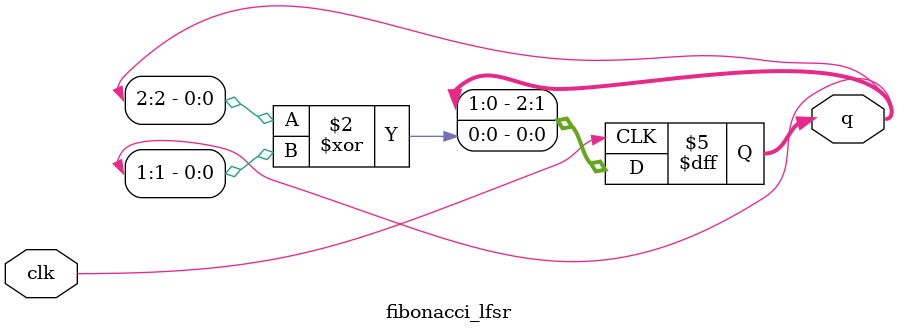
<source format=v>
module fibonacci_lfsr(clk, q);
  parameter DATA_WIDTH = 3;
  parameter SEED = 3'b111;
  input clk;
  output reg [DATA_WIDTH-1:0] q = SEED;
  
  reg feedback;

  always @ (posedge clk) begin
    feedback =  q[DATA_WIDTH-1] ^ q[DATA_WIDTH-2];
    q = q << 1;
    q[0] = feedback;
  end
endmodule

</source>
